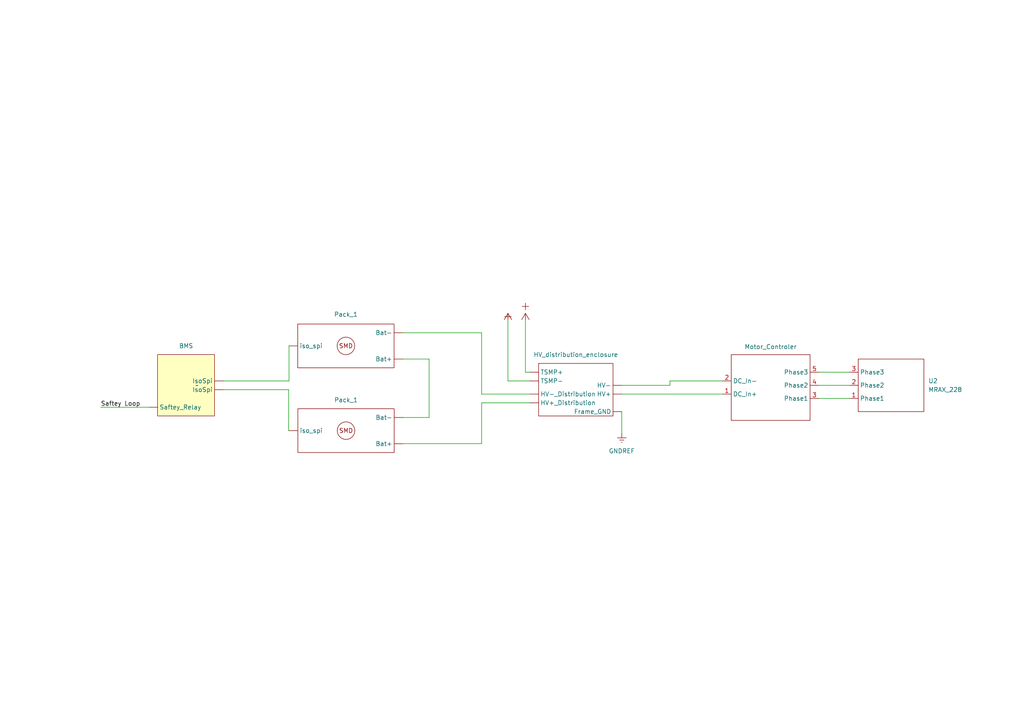
<source format=kicad_sch>
(kicad_sch (version 20230121) (generator eeschema)
  (paper "A4")
  (lib_symbols
    (symbol "AERO:BessieBatteryManagment"
      (property "Reference" "BMS" (at 0 3.81 0))
      (symbol "BessieBatteryManagment_1_1"
        (rectangle (start -7.62 10.16) (end 8.89 -7.62) (fill (type background)))
        (pin power_in line (at 11.43 0 180) (length 2.54) (name "IsoSpi") (number ""))
        (pin power_in line (at 11.43 2.54 180) (length 2.54) (name "IsoSpi") (number ""))
        (pin power_in line (at -10.16 -5.08 0) (length 2.54) (name "Saftey_Relay") (number ""))
      )
    )
    (symbol "AERO:HV_distribution"
      (property "Value" "HV_distribution_enclosure" (at -0.635 10.16 0))
      (symbol "HV_distribution_0_1"
        (rectangle (start -11.43 7.62) (end 10.16 -7.62) (stroke (width 0.1524)))
      )
      (symbol "HV_distribution_1_1"
        (pin power_in line (at 12.7 -6.35 180) (length 2.54) (name "Frame_GND") (number ""))
        (pin power_in line (at 12.7 -1.27 180) (length 2.54) (name "HV+") (number ""))
        (pin power_out line (at -13.97 -3.81 0) (length 2.54) (name "HV+_Distribution") (number ""))
        (pin power_in line (at 12.7 1.27 180) (length 2.54) (name "HV-") (number ""))
        (pin power_out line (at -13.97 -1.27 0) (length 2.54) (name "HV-_Distribution") (number ""))
        (pin power_out line (at -13.97 5.08 0) (length 2.54) (name "TSMP+") (number ""))
        (pin power_out line (at -13.97 2.54 0) (length 2.54) (name "TSMP-") (number ""))
      )
    )
    (symbol "AERO:MRAX_228"
      (property "Reference" "U" (at 0 0 0))
      (property "Value" "MRAX_228" (at 0 0 0))
      (symbol "MRAX_228_0_1"
        (rectangle (start -8.89 7.62) (end 10.16 -7.62) (stroke (width 0.1524)))
      )
      (symbol "MRAX_228_1_1"
        (pin power_in line (at 12.7 3.81 180) (length 2.54) (name "Phase1") (number "1"))
        (pin power_in line (at 12.7 0 180) (length 2.54) (name "Phase2") (number "2"))
        (pin power_in line (at 12.7 -3.81 180) (length 2.54) (name "Phase3") (number "3"))
      )
    )
    (symbol "AERO:Motor_Controler"
      (property "Value" "Motor_Controler" (at 0 7.62 0))
      (symbol "Motor_Controler_0_1"
        (rectangle (start -11.43 8.89) (end 11.43 -10.16) (stroke (width 0.1524)))
      )
      (symbol "Motor_Controler_1_1"
        (pin power_in line (at 13.97 1.27 180) (length 2.54) (name "DC_In+") (number "1"))
        (pin power_in line (at 13.97 -2.54 180) (length 2.54) (name "DC_In-") (number "2"))
        (pin power_out line (at -13.97 2.54 0) (length 2.54) (name "Phase1") (number "3"))
        (pin power_out line (at -13.97 -1.27 0) (length 2.54) (name "Phase2") (number "4"))
        (pin power_out line (at -13.97 -5.08 0) (length 2.54) (name "Phase3") (number "5"))
      )
    )
    (symbol "AERO:Pack_1"
      (property "Value" "Pack_1" (at 8.89 -7.874 0))
      (symbol "Pack_1_0_1"
        (rectangle (start -5.08 7.62) (end 22.86 -5.08))
        (circle (center 8.89 1.27) (radius 2.54))
      )
      (symbol "Pack_1_1_1"
        (text "SMD" (at 8.89 1.27 0) (effects (font (size 1.27 1.27))))
        (pin input line (at -7.62 5.08 0) (length 2.54) (name "Bat+") (number ""))
        (pin input line (at -7.62 -2.54 0) (length 2.54) (name "Bat-") (number ""))
        (pin input line (at 25.4 1.27 180) (length 2.54) (name "iso_spi") (number ""))
      )
    )
    (symbol "PCM_Generic:P,+" (power) (pin_numbers hide) (pin_names (offset 1.27) hide)
      (symbol "P,+_1_1"
        (polyline (pts (xy 0 0) (xy 0 1.8288)))
        (polyline (pts (xy -1.0668 0) (xy 0 1.8288) (xy 1.0668 0)))
        (text "+" (at 0 2.54 0) (effects (font (size 2.54 2.54)) (justify bottom)))
        (pin power_in line (at 0 0 0) (length 0) hide (name "+") (number "0"))
      )
    )
    (symbol "PCM_Generic:P,-" (power) (pin_numbers hide) (pin_names (offset 1.27) hide)
      (symbol "P,-_1_1"
        (polyline (pts (xy 0 0) (xy 0 -1.8288)))
        (polyline (pts (xy -1.0668 0) (xy 0 -1.8288) (xy 1.0668 0)))
        (text "-" (at 0 -2.54 0) (effects (font (size 2.54 2.54)) (justify top)))
        (pin power_in line (at 0 0 0) (length 0) hide (name "-") (number "0"))
      )
    )
    (symbol "Pack_1_2"
      (property "Value" "Pack_1" (at 8.89 -7.874 0))
      (symbol "Pack_1_2_0_1"
        (rectangle (start -5.08 7.62) (end 22.86 -5.08))
        (circle (center 8.89 1.27) (radius 2.54))
      )
      (symbol "Pack_1_2_1_1"
        (text "SMD" (at 8.89 1.27 0) (effects (font (size 1.27 1.27))))
        (pin input line (at -7.62 5.08 0) (length 2.54) (name "Bat+") (number ""))
        (pin input line (at -7.62 -2.54 0) (length 2.54) (name "Bat-") (number ""))
        (pin input line (at 25.4 1.27 180) (length 2.54) (name "iso_spi") (number ""))
      )
    )
    (symbol "power:GNDREF" (power) (pin_names (offset 0))
      (property "Value" "GNDREF" (at 0 -3.81 0))
      (symbol "GNDREF_0_1"
        (polyline (pts (xy -0.635 -1.905) (xy 0.635 -1.905)))
        (polyline (pts (xy -0.127 -2.54) (xy 0.127 -2.54)))
        (polyline (pts (xy 0 -1.27) (xy 0 0)))
        (polyline (pts (xy 1.27 -1.27) (xy -1.27 -1.27)))
      )
      (symbol "GNDREF_1_1"
        (pin power_in line (at 0 0 270) (length 0) hide (name "GNDREF") (number "1"))
      )
    )
  )
  (wire (pts (xy 116.8727 128.6764) (xy 139.7 128.6764)))
  (wire (pts (xy 180.34 119.38) (xy 180.34 125.73)))
  (wire (pts (xy 194.31 111.76) (xy 180.34 111.76)))
  (wire (pts (xy 64.77 110.49) (xy 83.82 110.49)))
  (wire (pts (xy 153.67 114.3) (xy 139.7 114.3)))
  (wire (pts (xy 139.7 116.84) (xy 139.7 128.6764)))
  (wire (pts (xy 237.49 107.95) (xy 246.38 107.95)))
  (wire (pts (xy 83.7184 113.03) (xy 83.7184 124.9016)))
  (wire (pts (xy 152.4 107.95) (xy 153.67 107.95)))
  (wire (pts (xy 180.34 114.3) (xy 209.55 114.3)))
  (wire (pts (xy 64.77 113.03) (xy 83.7184 113.03)))
  (wire (pts (xy 147.32 92.71) (xy 147.32 110.49)))
  (wire (pts (xy 124.46 121.0916) (xy 116.8727 121.0916)))
  (wire (pts (xy 153.67 116.84) (xy 139.7 116.84)))
  (wire (pts (xy 147.32 110.49) (xy 153.67 110.49)))
  (wire (pts (xy 237.49 111.76) (xy 246.38 111.76)))
  (wire (pts (xy 194.31 110.49) (xy 209.55 110.49)))
  (wire (pts (xy 139.7 114.3) (xy 139.7 96.52)))
  (wire (pts (xy 116.8727 128.7116) (xy 116.8727 128.6764)))
  (wire (pts (xy 194.31 110.49) (xy 194.31 111.76)))
  (wire (pts (xy 83.82 100.33) (xy 83.82 110.49)))
  (wire (pts (xy 116.84 104.14) (xy 124.46 104.14)))
  (wire (pts (xy 83.8527 124.9016) (xy 83.7184 124.9016)))
  (wire (pts (xy 237.49 115.57) (xy 246.38 115.57)))
  (wire (pts (xy 29.21 118.11) (xy 43.18 118.11)))
  (wire (pts (xy 152.4 92.71) (xy 152.4 107.95)))
  (wire (pts (xy 139.7 96.52) (xy 116.84 96.52)))
  (wire (pts (xy 124.46 104.14) (xy 124.46 121.0916)))
  (label "Saftey Loop" (at 29.21 118.11 0))
  (symbol (lib_id "AERO:MRAX_228") (at 259.08 111.76 180) (unit 1)
    (property "Reference" "U2" (at 269.24 110.49 0) (effects (justify right)))
    (property "Value" "MRAX_228" (at 269.24 113.03 0) (effects (justify right)))
  )
  (symbol (lib_id "AERO:BessieBatteryManagment") (at 53.34 113.03 0) (unit 1)
    (property "Reference" "BMS" (at 53.975 100.33 0))
    (property "Value" "~" (at 57.15 111.76 0))
  )
  (symbol (lib_id "PCM_Generic:P,+") (at 152.4 92.71 0) (unit 1)
    (property "Reference" "#PWR04" (effects hide))
    (property "Value" "P,+" (effects hide))
  )
  (symbol (lib_id "AERO:HV_distribution") (at 167.64 113.03 0) (unit 1)
    (property "Reference" "U1" (effects hide))
    (property "Value" "HV_distribution_enclosure" (at 167.005 102.87 0))
  )
  (symbol (lib_name "Pack_1_2") (lib_id "AERO:Pack_1") (at 109.22 99.06 180) (unit 1)
    (property "Reference" "U5" (effects hide))
    (property "Value" "Pack_1" (at 100.33 91.186 0))
  )
  (symbol (lib_id "AERO:Motor_Controler") (at 223.52 113.03 180) (unit 1)
    (property "Reference" "U3" (effects hide))
    (property "Value" "Motor_Controler" (at 223.52 100.584 0))
  )
  (symbol (lib_id "PCM_Generic:P,-") (at 147.32 92.71 180) (unit 1)
    (property "Reference" "#PWR05" (effects hide))
    (property "Value" "P,-" (effects hide))
  )
  (symbol (lib_id "AERO:Pack_1") (at 109.2527 123.6316 180) (unit 1)
    (property "Reference" "U6" (effects hide))
    (property "Value" "Pack_1" (at 100.3627 116.0116 0))
  )
  (symbol (lib_id "power:GNDREF") (at 180.34 125.73 0) (unit 1)
    (property "Reference" "#PWR03" (effects hide))
    (property "Value" "GNDREF" (at 180.34 130.81 0))
  )
)
</source>
